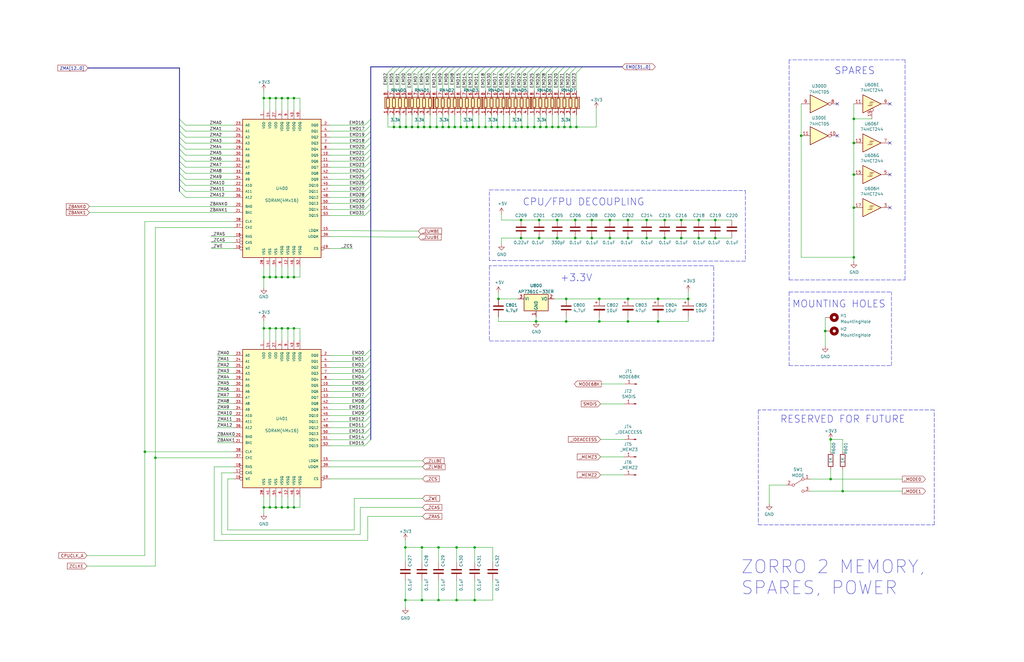
<source format=kicad_sch>
(kicad_sch (version 20231120) (generator "eeschema") (generator_version "8.0")
  (paper "B")
  (title_block (title "Amiga N2630 MC68880 PGA") (date "2024-03-24") (rev "4.1.0b"))
  (junction (at 243.078 53.594))
  (junction (at 294.64 100.457))
  (junction (at 170.942 253.238))
  (junction (at 118.872 138.557))
  (junction (at 360.045 108.585))
  (junction (at 222.504 53.594))
  (junction (at 350.266 202.184))
  (junction (at 184.15 53.594))
  (junction (at 173.736 53.594))
  (junction (at 178.816 53.594))
  (junction (at 121.412 41.402))
  (junction (at 111.252 116.967))
  (junction (at 201.93 53.594))
  (junction (at 191.77 53.594))
  (junction (at 176.276 53.594))
  (junction (at 111.252 138.557))
  (junction (at 287.274 92.837))
  (junction (at 170.942 231.013))
  (junction (at 192.532 231.013))
  (junction (at 123.952 41.402))
  (junction (at 177.927 231.013))
  (junction (at 252.73 135.636))
  (junction (at 113.792 214.122))
  (junction (at 234.95 100.457))
  (junction (at 207.264 53.594))
  (junction (at 189.23 53.594))
  (junction (at 237.998 53.594))
  (junction (at 113.792 116.967))
  (junction (at 111.252 41.402))
  (junction (at 264.795 100.457))
  (junction (at 116.332 41.402))
  (junction (at 264.795 92.837))
  (junction (at 209.804 53.594))
  (junction (at 177.927 253.238))
  (junction (at 113.792 138.557))
  (junction (at 290.195 126.111))
  (junction (at 200.152 253.238))
  (junction (at 219.964 53.594))
  (junction (at 355.346 207.264))
  (junction (at 232.918 53.594))
  (junction (at 360.045 87.63))
  (junction (at 226.06 135.636))
  (junction (at 252.73 126.111))
  (junction (at 121.412 138.557))
  (junction (at 210.185 126.111))
  (junction (at 61.087 190.627))
  (junction (at 118.872 116.967))
  (junction (at 116.332 116.967))
  (junction (at 113.792 41.402))
  (junction (at 116.332 214.122))
  (junction (at 116.332 138.557))
  (junction (at 280.289 100.457))
  (junction (at 235.458 53.594))
  (junction (at 360.045 60.325))
  (junction (at 166.116 53.594))
  (junction (at 257.175 100.457))
  (junction (at 123.952 138.557))
  (junction (at 280.289 92.837))
  (junction (at 287.274 100.457))
  (junction (at 123.952 116.967))
  (junction (at 123.952 214.122))
  (junction (at 257.175 92.837))
  (junction (at 225.298 53.594))
  (junction (at 184.912 253.238))
  (junction (at 347.98 139.7))
  (junction (at 171.196 53.594))
  (junction (at 230.378 53.594))
  (junction (at 227.838 53.594))
  (junction (at 227.33 92.837))
  (junction (at 240.538 53.594))
  (junction (at 199.39 53.594))
  (junction (at 181.356 53.594))
  (junction (at 194.31 53.594))
  (junction (at 219.71 100.457))
  (junction (at 186.69 53.594))
  (junction (at 242.57 92.837))
  (junction (at 249.555 92.837))
  (junction (at 272.669 100.457))
  (junction (at 249.555 100.457))
  (junction (at 118.872 41.402))
  (junction (at 200.152 231.013))
  (junction (at 238.76 126.111))
  (junction (at 168.656 53.594))
  (junction (at 219.71 92.837))
  (junction (at 264.795 126.111))
  (junction (at 234.95 92.837))
  (junction (at 360.045 50.165))
  (junction (at 118.872 214.122))
  (junction (at 111.252 214.122))
  (junction (at 350.266 185.42))
  (junction (at 337.82 57.277))
  (junction (at 264.795 135.636))
  (junction (at 214.884 53.594))
  (junction (at 65.532 193.167))
  (junction (at 277.495 126.111))
  (junction (at 217.424 53.594))
  (junction (at 294.64 92.837))
  (junction (at 272.669 92.837))
  (junction (at 121.412 214.122))
  (junction (at 238.76 135.636))
  (junction (at 227.33 100.457))
  (junction (at 360.045 73.66))
  (junction (at 301.625 100.457))
  (junction (at 121.412 116.967))
  (junction (at 196.85 53.594))
  (junction (at 212.344 53.594))
  (junction (at 184.912 231.013))
  (junction (at 277.495 135.636))
  (junction (at 242.57 100.457))
  (junction (at 301.625 92.837))
  (junction (at 204.724 53.594))
  (junction (at 192.532 253.238))
  (no_connect (at 353.06 57.277))
  (no_connect (at 375.285 43.815))
  (no_connect (at 375.285 87.63))
  (no_connect (at 375.285 60.325))
  (no_connect (at 375.285 73.66))
  (no_connect (at 353.06 43.815))
  (bus_entry (at 78.232 83.312) (size -2.54 -2.54))
  (bus_entry (at 222.504 30.734) (size 2.54 -2.54))
  (bus_entry (at 230.378 28.194) (size -2.54 2.54))
  (bus_entry (at 153.797 149.987) (size 2.54 -2.54))
  (bus_entry (at 153.797 152.527) (size 2.54 -2.54))
  (bus_entry (at 166.116 28.194) (size -2.54 2.54))
  (bus_entry (at 240.538 30.734) (size 2.54 -2.54))
  (bus_entry (at 217.424 28.194) (size -2.54 2.54))
  (bus_entry (at 196.85 28.194) (size -2.54 2.54))
  (bus_entry (at 243.078 30.734) (size 2.54 -2.54))
  (bus_entry (at 153.797 55.372) (size 2.54 -2.54))
  (bus_entry (at 171.196 28.194) (size -2.54 2.54))
  (bus_entry (at 207.264 28.194) (size -2.54 2.54))
  (bus_entry (at 191.77 28.194) (size -2.54 2.54))
  (bus_entry (at 219.964 30.734) (size 2.54 -2.54))
  (bus_entry (at 153.797 175.387) (size 2.54 -2.54))
  (bus_entry (at 153.797 185.547) (size 2.54 -2.54))
  (bus_entry (at 235.458 28.194) (size -2.54 2.54))
  (bus_entry (at 176.276 28.194) (size -2.54 2.54))
  (bus_entry (at 78.232 80.772) (size -2.54 -2.54))
  (bus_entry (at 178.816 28.194) (size -2.54 2.54))
  (bus_entry (at 237.998 28.194) (size -2.54 2.54))
  (bus_entry (at 153.797 65.532) (size 2.54 -2.54))
  (bus_entry (at 168.656 28.194) (size -2.54 2.54))
  (bus_entry (at 153.797 90.932) (size 2.54 -2.54))
  (bus_entry (at 214.884 28.194) (size -2.54 2.54))
  (bus_entry (at 153.797 157.607) (size 2.54 -2.54))
  (bus_entry (at 232.918 28.194) (size -2.54 2.54))
  (bus_entry (at 153.797 75.692) (size 2.54 -2.54))
  (bus_entry (at 153.797 188.087) (size 2.54 -2.54))
  (bus_entry (at 153.797 70.612) (size 2.54 -2.54))
  (bus_entry (at 153.797 165.227) (size 2.54 -2.54))
  (bus_entry (at 153.797 177.927) (size 2.54 -2.54))
  (bus_entry (at 153.797 80.772) (size 2.54 -2.54))
  (bus_entry (at 178.816 30.734) (size 2.54 -2.54))
  (bus_entry (at 181.356 30.734) (size 2.54 -2.54))
  (bus_entry (at 153.797 160.147) (size 2.54 -2.54))
  (bus_entry (at 199.39 28.194) (size -2.54 2.54))
  (bus_entry (at 153.797 162.687) (size 2.54 -2.54))
  (bus_entry (at 153.797 68.072) (size 2.54 -2.54))
  (bus_entry (at 153.797 57.912) (size 2.54 -2.54))
  (bus_entry (at 194.31 28.194) (size -2.54 2.54))
  (bus_entry (at 153.797 183.007) (size 2.54 -2.54))
  (bus_entry (at 153.797 85.852) (size 2.54 -2.54))
  (bus_entry (at 153.797 170.307) (size 2.54 -2.54))
  (bus_entry (at 153.797 155.067) (size 2.54 -2.54))
  (bus_entry (at 186.69 28.194) (size -2.54 2.54))
  (bus_entry (at 153.797 180.467) (size 2.54 -2.54))
  (bus_entry (at 199.39 30.734) (size 2.54 -2.54))
  (bus_entry (at 153.797 60.452) (size 2.54 -2.54))
  (bus_entry (at 173.736 28.194) (size -2.54 2.54))
  (bus_entry (at 153.797 73.152) (size 2.54 -2.54))
  (bus_entry (at 153.797 172.847) (size 2.54 -2.54))
  (bus_entry (at 240.538 28.194) (size -2.54 2.54))
  (bus_entry (at 201.93 30.734) (size 2.54 -2.54))
  (bus_entry (at 227.838 28.194) (size -2.54 2.54))
  (bus_entry (at 153.797 88.392) (size 2.54 -2.54))
  (bus_entry (at 153.797 83.312) (size 2.54 -2.54))
  (bus_entry (at 153.797 52.832) (size 2.54 -2.54))
  (bus_entry (at 78.232 52.832) (size -2.54 -2.54))
  (bus_entry (at 78.232 55.372) (size -2.54 -2.54))
  (bus_entry (at 78.232 57.912) (size -2.54 -2.54))
  (bus_entry (at 78.232 60.452) (size -2.54 -2.54))
  (bus_entry (at 78.232 62.992) (size -2.54 -2.54))
  (bus_entry (at 78.232 70.612) (size -2.54 -2.54))
  (bus_entry (at 78.232 73.152) (size -2.54 -2.54))
  (bus_entry (at 78.232 75.692) (size -2.54 -2.54))
  (bus_entry (at 78.232 78.232) (size -2.54 -2.54))
  (bus_entry (at 78.232 68.072) (size -2.54 -2.54))
  (bus_entry (at 78.232 65.532) (size -2.54 -2.54))
  (bus_entry (at 189.23 28.194) (size -2.54 2.54))
  (bus_entry (at 219.964 28.194) (size -2.54 2.54))
  (bus_entry (at 209.804 28.194) (size -2.54 2.54))
  (bus_entry (at 153.797 78.232) (size 2.54 -2.54))
  (bus_entry (at 212.344 28.194) (size -2.54 2.54))
  (bus_entry (at 153.797 167.767) (size 2.54 -2.54))
  (bus_entry (at 153.797 62.992) (size 2.54 -2.54))
  (wire (pts (xy 222.504 30.734) (xy 222.504 38.354)))
  (wire (pts (xy 91.567 165.227) (xy 98.552 165.227)))
  (wire (pts (xy 367.665 50.165) (xy 360.045 50.165)))
  (wire (pts (xy 139.192 162.687) (xy 153.797 162.687)))
  (wire (pts (xy 65.532 193.167) (xy 65.532 96.012)))
  (wire (pts (xy 93.472 199.517) (xy 93.472 225.552)))
  (wire (pts (xy 78.232 57.912) (xy 98.552 57.912)))
  (wire (pts (xy 111.252 214.122) (xy 113.792 214.122)))
  (bus (pts (xy 156.337 85.852) (xy 156.337 83.312)))
  (wire (pts (xy 230.378 53.594) (xy 232.918 53.594)))
  (wire (pts (xy 139.192 160.147) (xy 153.797 160.147)))
  (wire (pts (xy 207.772 253.238) (xy 207.772 244.983)))
  (wire (pts (xy 121.412 138.557) (xy 121.412 143.637)))
  (wire (pts (xy 214.884 30.734) (xy 214.884 38.354)))
  (wire (pts (xy 91.567 172.847) (xy 98.552 172.847)))
  (wire (pts (xy 219.71 92.837) (xy 211.455 92.837)))
  (wire (pts (xy 121.412 209.677) (xy 121.412 214.122)))
  (wire (pts (xy 113.792 41.402) (xy 116.332 41.402)))
  (wire (pts (xy 126.492 209.677) (xy 126.492 214.122)))
  (wire (pts (xy 252.73 135.636) (xy 264.795 135.636)))
  (wire (pts (xy 78.232 78.232) (xy 98.552 78.232)))
  (wire (pts (xy 243.078 53.594) (xy 251.46 53.594)))
  (polyline (pts (xy 206.375 109.982) (xy 206.375 80.137)) (stroke (width 0) (type dash)))
  (wire (pts (xy 139.192 172.847) (xy 153.797 172.847)))
  (wire (pts (xy 139.192 180.467) (xy 153.797 180.467)))
  (wire (pts (xy 118.872 116.967) (xy 121.412 116.967)))
  (bus (pts (xy 186.69 28.194) (xy 189.23 28.194)))
  (bus (pts (xy 232.918 28.194) (xy 235.458 28.194)))
  (wire (pts (xy 196.85 53.594) (xy 199.39 53.594)))
  (wire (pts (xy 116.332 138.557) (xy 116.332 143.637)))
  (wire (pts (xy 149.352 210.312) (xy 178.181 210.312)))
  (wire (pts (xy 113.792 138.557) (xy 116.332 138.557)))
  (bus (pts (xy 173.736 28.194) (xy 176.276 28.194)))
  (wire (pts (xy 287.274 92.837) (xy 294.64 92.837)))
  (wire (pts (xy 78.232 70.612) (xy 98.552 70.612)))
  (wire (pts (xy 123.952 112.522) (xy 123.952 116.967)))
  (wire (pts (xy 121.412 214.122) (xy 123.952 214.122)))
  (wire (pts (xy 116.332 112.522) (xy 116.332 116.967)))
  (wire (pts (xy 232.918 53.594) (xy 235.458 53.594)))
  (bus (pts (xy 199.39 28.194) (xy 201.93 28.194)))
  (wire (pts (xy 240.538 48.514) (xy 240.538 53.594)))
  (wire (pts (xy 171.196 30.734) (xy 171.196 38.354)))
  (wire (pts (xy 118.872 214.122) (xy 121.412 214.122)))
  (bus (pts (xy 217.424 28.194) (xy 219.964 28.194)))
  (wire (pts (xy 96.012 223.647) (xy 149.352 223.647)))
  (wire (pts (xy 225.298 30.734) (xy 225.298 38.354)))
  (wire (pts (xy 170.942 253.238) (xy 170.942 256.413)))
  (bus (pts (xy 37.084 28.702) (xy 75.692 28.702)))
  (bus (pts (xy 75.692 68.072) (xy 75.692 65.532)))
  (bus (pts (xy 156.337 160.147) (xy 156.337 157.607)))
  (bus (pts (xy 191.77 28.194) (xy 194.31 28.194)))
  (wire (pts (xy 355.346 190.5) (xy 355.346 185.42)))
  (wire (pts (xy 111.252 46.482) (xy 111.252 41.402)))
  (bus (pts (xy 156.337 55.372) (xy 156.337 52.832)))
  (bus (pts (xy 156.337 83.312) (xy 156.337 80.772)))
  (wire (pts (xy 170.942 253.238) (xy 177.927 253.238)))
  (wire (pts (xy 331.47 204.724) (xy 324.358 204.724)))
  (wire (pts (xy 139.192 104.902) (xy 148.717 104.902)))
  (wire (pts (xy 78.232 73.152) (xy 98.552 73.152)))
  (bus (pts (xy 189.23 28.194) (xy 191.77 28.194)))
  (wire (pts (xy 253.238 170.434) (xy 263.144 170.434)))
  (bus (pts (xy 75.692 70.612) (xy 75.692 68.072)))
  (wire (pts (xy 360.045 108.585) (xy 360.045 110.49)))
  (wire (pts (xy 301.625 92.837) (xy 308.61 92.837)))
  (wire (pts (xy 178.816 30.734) (xy 178.816 38.354)))
  (wire (pts (xy 207.264 48.514) (xy 207.264 53.594)))
  (wire (pts (xy 191.77 53.594) (xy 194.31 53.594)))
  (wire (pts (xy 253.238 185.42) (xy 263.144 185.42)))
  (wire (pts (xy 207.772 231.013) (xy 200.152 231.013)))
  (wire (pts (xy 139.192 90.932) (xy 153.797 90.932)))
  (wire (pts (xy 277.495 135.636) (xy 264.795 135.636)))
  (wire (pts (xy 139.192 185.547) (xy 153.797 185.547)))
  (wire (pts (xy 200.152 253.238) (xy 200.152 244.983)))
  (polyline (pts (xy 314.325 110.236) (xy 206.375 109.982)) (stroke (width 0) (type dash)))
  (wire (pts (xy 355.346 207.264) (xy 380.492 207.264)))
  (wire (pts (xy 192.532 237.363) (xy 192.532 231.013)))
  (wire (pts (xy 139.192 157.607) (xy 153.797 157.607)))
  (wire (pts (xy 96.012 202.057) (xy 96.012 223.647)))
  (wire (pts (xy 98.552 93.472) (xy 61.087 93.472)))
  (wire (pts (xy 192.532 253.238) (xy 200.152 253.238)))
  (wire (pts (xy 123.952 138.557) (xy 123.952 143.637)))
  (wire (pts (xy 225.298 48.514) (xy 225.298 53.594)))
  (wire (pts (xy 151.892 225.552) (xy 151.892 214.122)))
  (wire (pts (xy 78.232 52.832) (xy 98.552 52.832)))
  (wire (pts (xy 264.795 92.837) (xy 257.175 92.837)))
  (bus (pts (xy 156.337 52.832) (xy 156.337 50.292)))
  (wire (pts (xy 337.82 57.277) (xy 337.82 108.585)))
  (bus (pts (xy 156.337 177.927) (xy 156.337 175.387)))
  (wire (pts (xy 264.795 92.837) (xy 272.669 92.837)))
  (wire (pts (xy 360.045 60.325) (xy 360.045 73.66)))
  (wire (pts (xy 111.252 116.967) (xy 111.252 121.412)))
  (bus (pts (xy 156.337 185.547) (xy 156.337 183.007)))
  (wire (pts (xy 139.192 167.767) (xy 153.797 167.767)))
  (bus (pts (xy 75.692 55.372) (xy 75.692 52.832)))
  (bus (pts (xy 214.884 28.194) (xy 217.424 28.194)))
  (wire (pts (xy 139.192 152.527) (xy 153.797 152.527)))
  (wire (pts (xy 91.567 157.607) (xy 98.552 157.607)))
  (wire (pts (xy 280.289 92.837) (xy 287.274 92.837)))
  (wire (pts (xy 234.95 92.837) (xy 227.33 92.837)))
  (wire (pts (xy 200.152 231.013) (xy 192.532 231.013)))
  (wire (pts (xy 219.71 100.457) (xy 211.455 100.457)))
  (wire (pts (xy 189.23 48.514) (xy 189.23 53.594)))
  (wire (pts (xy 341.63 202.184) (xy 350.266 202.184)))
  (wire (pts (xy 235.458 30.734) (xy 235.458 38.354)))
  (wire (pts (xy 111.252 209.677) (xy 111.252 214.122)))
  (wire (pts (xy 139.192 65.532) (xy 153.797 65.532)))
  (wire (pts (xy 91.5924 180.467) (xy 98.552 180.467)))
  (wire (pts (xy 78.232 65.532) (xy 98.552 65.532)))
  (wire (pts (xy 116.332 138.557) (xy 118.872 138.557)))
  (wire (pts (xy 272.669 92.837) (xy 280.289 92.837)))
  (wire (pts (xy 78.232 55.372) (xy 98.552 55.372)))
  (wire (pts (xy 242.57 100.457) (xy 249.555 100.457)))
  (wire (pts (xy 98.552 199.517) (xy 93.472 199.517)))
  (wire (pts (xy 186.69 53.594) (xy 189.23 53.594)))
  (polyline (pts (xy 206.375 80.137) (xy 314.325 80.391)) (stroke (width 0) (type dash)))
  (wire (pts (xy 113.792 116.967) (xy 116.332 116.967)))
  (wire (pts (xy 139.192 78.232) (xy 153.797 78.232)))
  (wire (pts (xy 212.344 30.734) (xy 212.344 38.354)))
  (wire (pts (xy 350.266 202.184) (xy 380.492 202.184)))
  (wire (pts (xy 189.23 30.734) (xy 189.23 38.354)))
  (bus (pts (xy 156.337 183.007) (xy 156.337 180.467)))
  (wire (pts (xy 360.045 73.66) (xy 360.045 87.63)))
  (wire (pts (xy 360.045 108.585) (xy 337.82 108.585)))
  (wire (pts (xy 178.816 53.594) (xy 181.356 53.594)))
  (wire (pts (xy 90.297 228.092) (xy 155.067 228.092)))
  (wire (pts (xy 217.424 53.594) (xy 219.964 53.594)))
  (wire (pts (xy 277.495 133.731) (xy 277.495 135.636)))
  (polyline (pts (xy 332.74 25.273) (xy 332.74 118.11)) (stroke (width 0) (type dash)))
  (wire (pts (xy 301.625 100.457) (xy 308.61 100.457)))
  (bus (pts (xy 156.337 78.232) (xy 156.337 75.692)))
  (wire (pts (xy 242.57 92.837) (xy 234.95 92.837)))
  (wire (pts (xy 91.567 160.147) (xy 98.552 160.147)))
  (wire (pts (xy 290.195 133.731) (xy 290.195 135.636)))
  (polyline (pts (xy 375.92 154.305) (xy 375.92 123.19)) (stroke (width 0) (type dash)))
  (bus (pts (xy 156.337 57.912) (xy 156.337 55.372)))
  (wire (pts (xy 176.276 48.514) (xy 176.276 53.594)))
  (bus (pts (xy 156.337 165.227) (xy 156.337 162.687)))
  (wire (pts (xy 168.656 53.594) (xy 171.196 53.594)))
  (wire (pts (xy 78.232 80.772) (xy 98.552 80.772)))
  (wire (pts (xy 232.918 48.514) (xy 232.918 53.594)))
  (wire (pts (xy 123.952 138.557) (xy 126.492 138.557)))
  (polyline (pts (xy 206.375 112.141) (xy 206.375 143.891)) (stroke (width 0) (type dash)))
  (wire (pts (xy 177.927 244.983) (xy 177.927 253.238)))
  (bus (pts (xy 156.337 155.067) (xy 156.337 152.527)))
  (wire (pts (xy 61.087 93.472) (xy 61.087 190.627)))
  (wire (pts (xy 199.39 30.734) (xy 199.39 38.354)))
  (bus (pts (xy 230.378 28.194) (xy 232.918 28.194)))
  (wire (pts (xy 61.087 190.627) (xy 61.087 234.442)))
  (wire (pts (xy 139.192 85.852) (xy 153.797 85.852)))
  (wire (pts (xy 230.378 30.734) (xy 230.378 38.354)))
  (bus (pts (xy 156.337 80.772) (xy 156.337 78.232)))
  (wire (pts (xy 238.76 126.111) (xy 252.73 126.111)))
  (wire (pts (xy 214.884 48.514) (xy 214.884 53.594)))
  (wire (pts (xy 200.152 253.238) (xy 207.772 253.238)))
  (wire (pts (xy 210.185 135.636) (xy 226.06 135.636)))
  (wire (pts (xy 230.378 48.514) (xy 230.378 53.594)))
  (wire (pts (xy 251.46 45.72) (xy 251.46 53.594)))
  (wire (pts (xy 78.232 83.312) (xy 98.552 83.312)))
  (wire (pts (xy 91.5924 177.927) (xy 98.552 177.927)))
  (wire (pts (xy 186.69 30.734) (xy 186.69 38.354)))
  (polyline (pts (xy 381.635 25.273) (xy 332.74 25.273)) (stroke (width 0) (type dash)))
  (wire (pts (xy 139.192 55.372) (xy 153.797 55.372)))
  (wire (pts (xy 139.192 60.452) (xy 153.797 60.452)))
  (bus (pts (xy 227.838 28.194) (xy 230.378 28.194)))
  (polyline (pts (xy 332.74 123.19) (xy 332.74 154.305)) (stroke (width 0) (type dash)))
  (bus (pts (xy 178.816 28.194) (xy 181.356 28.194)))
  (wire (pts (xy 139.192 73.152) (xy 153.797 73.152)))
  (wire (pts (xy 264.795 126.111) (xy 277.495 126.111)))
  (wire (pts (xy 177.927 253.238) (xy 184.912 253.238)))
  (bus (pts (xy 156.337 73.152) (xy 156.337 70.612)))
  (wire (pts (xy 238.76 135.636) (xy 238.76 133.731)))
  (wire (pts (xy 181.356 48.514) (xy 181.356 53.594)))
  (wire (pts (xy 257.175 92.837) (xy 249.555 92.837)))
  (wire (pts (xy 225.298 53.594) (xy 227.838 53.594)))
  (wire (pts (xy 360.045 43.815) (xy 360.045 50.165)))
  (bus (pts (xy 156.337 175.387) (xy 156.337 172.847)))
  (wire (pts (xy 151.892 214.122) (xy 178.181 214.122)))
  (polyline (pts (xy 314.325 80.391) (xy 314.325 110.236)) (stroke (width 0) (type dash)))
  (wire (pts (xy 126.492 138.557) (xy 126.492 143.637)))
  (wire (pts (xy 227.838 53.594) (xy 230.378 53.594)))
  (wire (pts (xy 78.232 62.992) (xy 98.552 62.992)))
  (bus (pts (xy 75.692 52.832) (xy 75.692 50.292)))
  (wire (pts (xy 89.027 104.902) (xy 98.552 104.902)))
  (wire (pts (xy 234.95 100.457) (xy 242.57 100.457)))
  (wire (pts (xy 91.567 184.277) (xy 98.552 184.277)))
  (wire (pts (xy 139.192 196.977) (xy 178.181 196.977)))
  (wire (pts (xy 111.252 41.402) (xy 113.792 41.402)))
  (wire (pts (xy 226.06 135.636) (xy 238.76 135.636)))
  (wire (pts (xy 194.31 30.734) (xy 194.31 38.354)))
  (wire (pts (xy 91.567 186.817) (xy 98.552 186.817)))
  (wire (pts (xy 226.06 133.731) (xy 226.06 135.636)))
  (wire (pts (xy 196.85 30.734) (xy 196.85 38.354)))
  (wire (pts (xy 264.795 100.457) (xy 257.175 100.457)))
  (wire (pts (xy 118.872 112.522) (xy 118.872 116.967)))
  (wire (pts (xy 89.027 102.362) (xy 98.552 102.362)))
  (wire (pts (xy 111.252 116.967) (xy 113.792 116.967)))
  (wire (pts (xy 116.332 116.967) (xy 118.872 116.967)))
  (wire (pts (xy 184.15 30.734) (xy 184.15 38.354)))
  (wire (pts (xy 139.192 194.437) (xy 178.181 194.437)))
  (wire (pts (xy 204.724 48.514) (xy 204.724 53.594)))
  (wire (pts (xy 272.669 100.457) (xy 280.289 100.457)))
  (wire (pts (xy 61.087 190.627) (xy 98.552 190.627)))
  (wire (pts (xy 280.289 100.457) (xy 287.274 100.457)))
  (wire (pts (xy 113.792 112.522) (xy 113.792 116.967)))
  (wire (pts (xy 252.73 133.731) (xy 252.73 135.636)))
  (wire (pts (xy 168.656 48.514) (xy 168.656 53.594)))
  (wire (pts (xy 201.93 53.594) (xy 204.724 53.594)))
  (wire (pts (xy 170.942 244.983) (xy 170.942 253.238)))
  (wire (pts (xy 184.15 53.594) (xy 186.69 53.594)))
  (wire (pts (xy 113.792 214.122) (xy 116.332 214.122)))
  (wire (pts (xy 237.998 30.734) (xy 237.998 38.354)))
  (wire (pts (xy 237.998 48.514) (xy 237.998 53.594)))
  (wire (pts (xy 139.192 165.227) (xy 153.797 165.227)))
  (wire (pts (xy 116.332 41.402) (xy 116.332 46.482)))
  (wire (pts (xy 181.356 30.734) (xy 181.356 38.354)))
  (wire (pts (xy 207.264 53.594) (xy 209.804 53.594)))
  (wire (pts (xy 139.192 68.072) (xy 153.797 68.072)))
  (wire (pts (xy 168.656 30.734) (xy 168.656 38.354)))
  (wire (pts (xy 91.567 149.987) (xy 98.552 149.987)))
  (wire (pts (xy 111.252 214.122) (xy 111.252 216.662)))
  (wire (pts (xy 217.424 48.514) (xy 217.424 53.594)))
  (wire (pts (xy 139.192 62.992) (xy 153.797 62.992)))
  (wire (pts (xy 233.68 126.111) (xy 238.76 126.111)))
  (wire (pts (xy 253.238 192.786) (xy 263.144 192.786)))
  (wire (pts (xy 118.872 138.557) (xy 121.412 138.557)))
  (wire (pts (xy 139.192 57.912) (xy 153.797 57.912)))
  (wire (pts (xy 355.346 198.12) (xy 355.346 207.264)))
  (wire (pts (xy 139.192 183.007) (xy 153.797 183.007)))
  (wire (pts (xy 173.736 30.734) (xy 173.736 38.354)))
  (wire (pts (xy 287.274 100.457) (xy 294.64 100.457)))
  (wire (pts (xy 184.15 48.514) (xy 184.15 53.594)))
  (wire (pts (xy 209.804 48.514) (xy 209.804 53.594)))
  (wire (pts (xy 219.71 100.457) (xy 227.33 100.457)))
  (wire (pts (xy 249.555 92.837) (xy 242.57 92.837)))
  (bus (pts (xy 156.337 180.467) (xy 156.337 177.927)))
  (wire (pts (xy 123.952 41.402) (xy 123.952 46.482)))
  (wire (pts (xy 65.532 193.167) (xy 98.552 193.167)))
  (wire (pts (xy 118.872 41.402) (xy 118.872 46.482)))
  (wire (pts (xy 192.532 253.238) (xy 192.532 244.983)))
  (wire (pts (xy 204.724 53.594) (xy 207.264 53.594)))
  (wire (pts (xy 177.927 231.013) (xy 177.927 237.363)))
  (wire (pts (xy 111.252 135.382) (xy 111.252 138.557)))
  (wire (pts (xy 191.77 48.514) (xy 191.77 53.594)))
  (wire (pts (xy 111.252 112.522) (xy 111.252 116.967)))
  (bus (pts (xy 240.538 28.194) (xy 243.078 28.194)))
  (polyline (pts (xy 319.786 221.488) (xy 393.954 221.488)) (stroke (width 0) (type dash)))
  (wire (pts (xy 201.93 30.734) (xy 201.93 38.354)))
  (wire (pts (xy 98.552 196.977) (xy 90.297 196.977)))
  (wire (pts (xy 78.232 60.452) (xy 98.552 60.452)))
  (bus (pts (xy 194.31 28.194) (xy 196.85 28.194)))
  (wire (pts (xy 139.192 202.057) (xy 178.181 202.057)))
  (wire (pts (xy 139.192 177.927) (xy 153.797 177.927)))
  (wire (pts (xy 139.192 83.312) (xy 153.797 83.312)))
  (bus (pts (xy 156.337 152.527) (xy 156.337 149.987)))
  (wire (pts (xy 347.98 133.985) (xy 347.98 139.7)))
  (wire (pts (xy 324.358 204.724) (xy 324.358 212.598)))
  (wire (pts (xy 139.192 88.392) (xy 153.797 88.392)))
  (bus (pts (xy 166.116 28.194) (xy 168.656 28.194)))
  (wire (pts (xy 253.238 200.406) (xy 263.144 200.406)))
  (wire (pts (xy 209.804 53.594) (xy 212.344 53.594)))
  (wire (pts (xy 210.185 133.731) (xy 210.185 135.636)))
  (wire (pts (xy 207.264 30.734) (xy 207.264 38.354)))
  (bus (pts (xy 75.692 57.912) (xy 75.692 55.372)))
  (wire (pts (xy 211.455 100.457) (xy 211.455 102.997)))
  (wire (pts (xy 184.912 231.013) (xy 177.927 231.013)))
  (bus (pts (xy 201.93 28.194) (xy 204.47 28.194)))
  (wire (pts (xy 111.252 38.227) (xy 111.252 41.402)))
  (wire (pts (xy 91.567 162.687) (xy 98.552 162.687)))
  (wire (pts (xy 350.266 198.12) (xy 350.266 202.184)))
  (wire (pts (xy 235.458 48.514) (xy 235.458 53.594)))
  (wire (pts (xy 186.69 48.514) (xy 186.69 53.594)))
  (wire (pts (xy 139.192 155.067) (xy 153.797 155.067)))
  (wire (pts (xy 200.152 237.363) (xy 200.152 231.013)))
  (wire (pts (xy 163.576 53.594) (xy 166.116 53.594)))
  (bus (pts (xy 156.337 167.767) (xy 156.337 165.227)))
  (bus (pts (xy 156.337 172.847) (xy 156.337 170.307)))
  (bus (pts (xy 235.458 28.194) (xy 237.998 28.194)))
  (wire (pts (xy 214.884 53.594) (xy 217.424 53.594)))
  (wire (pts (xy 207.772 237.363) (xy 207.772 231.013)))
  (polyline (pts (xy 300.99 143.891) (xy 300.99 112.141)) (stroke (width 0) (type dash)))
  (wire (pts (xy 173.736 48.514) (xy 173.736 53.594)))
  (wire (pts (xy 196.85 48.514) (xy 196.85 53.594)))
  (wire (pts (xy 184.912 244.983) (xy 184.912 253.238)))
  (wire (pts (xy 173.736 53.594) (xy 176.276 53.594)))
  (bus (pts (xy 207.264 28.194) (xy 209.804 28.194)))
  (wire (pts (xy 243.078 48.514) (xy 243.078 53.594)))
  (wire (pts (xy 123.952 41.402) (xy 126.492 41.402)))
  (polyline (pts (xy 319.786 172.974) (xy 319.786 221.488)) (stroke (width 0) (type dash)))
  (wire (pts (xy 222.504 53.594) (xy 225.298 53.594)))
  (wire (pts (xy 91.567 167.767) (xy 98.552 167.767)))
  (bus (pts (xy 212.344 28.194) (xy 214.884 28.194)))
  (wire (pts (xy 191.77 30.734) (xy 191.77 38.354)))
  (wire (pts (xy 139.192 80.772) (xy 153.797 80.772)))
  (bus (pts (xy 75.692 78.232) (xy 75.692 80.772)))
  (wire (pts (xy 177.927 231.013) (xy 170.942 231.013)))
  (polyline (pts (xy 206.375 143.891) (xy 300.99 143.891)) (stroke (width 0) (type dash)))
  (wire (pts (xy 204.724 30.734) (xy 204.724 38.354)))
  (wire (pts (xy 211.455 92.837) (xy 211.455 90.297)))
  (wire (pts (xy 139.192 97.282) (xy 176.403 97.536)))
  (wire (pts (xy 163.576 48.514) (xy 163.576 53.594)))
  (bus (pts (xy 176.276 28.194) (xy 178.816 28.194)))
  (wire (pts (xy 78.232 75.692) (xy 98.552 75.692)))
  (wire (pts (xy 121.412 112.522) (xy 121.412 116.967)))
  (bus (pts (xy 156.337 149.987) (xy 156.337 147.447)))
  (wire (pts (xy 149.352 223.647) (xy 149.352 210.312)))
  (wire (pts (xy 111.252 143.637) (xy 111.252 138.557)))
  (wire (pts (xy 123.952 116.967) (xy 126.492 116.967)))
  (wire (pts (xy 360.045 50.165) (xy 360.045 60.325)))
  (wire (pts (xy 98.552 202.057) (xy 96.012 202.057)))
  (wire (pts (xy 139.192 70.612) (xy 153.797 70.612)))
  (bus (pts (xy 156.337 65.532) (xy 156.337 62.992)))
  (bus (pts (xy 181.356 28.194) (xy 183.896 28.194)))
  (polyline (pts (xy 332.74 154.305) (xy 375.92 154.305)) (stroke (width 0) (type dash)))
  (wire (pts (xy 217.424 30.734) (xy 217.424 38.354)))
  (wire (pts (xy 253.492 162.052) (xy 263.398 162.052)))
  (wire (pts (xy 113.792 209.677) (xy 113.792 214.122)))
  (wire (pts (xy 176.276 53.594) (xy 178.816 53.594)))
  (bus (pts (xy 156.337 68.072) (xy 156.337 65.532)))
  (bus (pts (xy 222.504 28.194) (xy 225.044 28.194)))
  (bus (pts (xy 75.692 75.692) (xy 75.692 78.232)))
  (wire (pts (xy 290.195 135.636) (xy 277.495 135.636)))
  (wire (pts (xy 210.185 126.111) (xy 210.185 123.571)))
  (bus (pts (xy 75.692 73.152) (xy 75.692 75.692)))
  (bus (pts (xy 75.692 65.532) (xy 75.692 62.992)))
  (polyline (pts (xy 332.74 118.11) (xy 381.635 118.11)) (stroke (width 0) (type dash)))
  (wire (pts (xy 176.276 30.734) (xy 176.276 38.354)))
  (bus (pts (xy 183.896 28.194) (xy 186.69 28.194)))
  (wire (pts (xy 257.175 100.457) (xy 249.555 100.457)))
  (wire (pts (xy 219.964 30.734) (xy 219.964 38.354)))
  (wire (pts (xy 139.192 75.692) (xy 153.797 75.692)))
  (bus (pts (xy 225.044 28.194) (xy 227.838 28.194)))
  (wire (pts (xy 199.39 48.514) (xy 199.39 53.594)))
  (bus (pts (xy 156.337 170.307) (xy 156.337 167.767)))
  (wire (pts (xy 240.538 30.734) (xy 240.538 38.354)))
  (bus (pts (xy 156.337 70.612) (xy 156.337 68.072)))
  (bus (pts (xy 75.692 60.452) (xy 75.692 57.912)))
  (bus (pts (xy 219.964 28.194) (xy 222.504 28.194)))
  (wire (pts (xy 227.33 92.837) (xy 219.71 92.837)))
  (wire (pts (xy 209.804 30.734) (xy 209.804 38.354)))
  (wire (pts (xy 212.344 48.514) (xy 212.344 53.594)))
  (wire (pts (xy 222.504 48.514) (xy 222.504 53.594)))
  (wire (pts (xy 36.703 238.887) (xy 65.532 238.887)))
  (wire (pts (xy 91.567 155.067) (xy 98.552 155.067)))
  (wire (pts (xy 232.918 30.734) (xy 232.918 38.354)))
  (wire (pts (xy 194.31 48.514) (xy 194.31 53.594)))
  (wire (pts (xy 166.116 48.514) (xy 166.116 53.594)))
  (wire (pts (xy 121.412 41.402) (xy 123.952 41.402)))
  (wire (pts (xy 184.912 231.013) (xy 184.912 237.363)))
  (wire (pts (xy 350.266 185.42) (xy 350.266 190.5)))
  (wire (pts (xy 118.872 209.677) (xy 118.872 214.122)))
  (wire (pts (xy 166.116 30.734) (xy 166.116 38.354)))
  (polyline (pts (xy 393.954 172.974) (xy 319.786 172.974)) (stroke (width 0) (type dash)))
  (wire (pts (xy 89.027 99.822) (xy 98.552 99.822)))
  (wire (pts (xy 243.078 30.734) (xy 243.078 38.354)))
  (wire (pts (xy 91.567 175.387) (xy 98.552 175.387)))
  (wire (pts (xy 113.792 41.402) (xy 113.792 46.482)))
  (bus (pts (xy 156.337 88.392) (xy 156.337 85.852)))
  (wire (pts (xy 355.346 185.42) (xy 350.266 185.42)))
  (wire (pts (xy 171.196 53.594) (xy 173.736 53.594)))
  (wire (pts (xy 116.332 209.677) (xy 116.332 214.122)))
  (bus (pts (xy 196.85 28.194) (xy 199.39 28.194)))
  (wire (pts (xy 121.412 138.557) (xy 123.952 138.557)))
  (bus (pts (xy 237.998 28.194) (xy 240.538 28.194)))
  (wire (pts (xy 126.492 112.522) (xy 126.492 116.967)))
  (wire (pts (xy 235.458 53.594) (xy 237.998 53.594)))
  (wire (pts (xy 264.795 100.457) (xy 272.669 100.457)))
  (wire (pts (xy 171.196 48.514) (xy 171.196 53.594)))
  (wire (pts (xy 341.63 207.264) (xy 355.346 207.264)))
  (wire (pts (xy 290.195 126.111) (xy 290.195 122.936)))
  (wire (pts (xy 199.39 53.594) (xy 201.93 53.594)))
  (wire (pts (xy 170.942 231.013) (xy 170.942 237.363)))
  (bus (pts (xy 156.337 75.692) (xy 156.337 73.152)))
  (wire (pts (xy 91.567 152.527) (xy 98.552 152.527)))
  (wire (pts (xy 90.297 196.977) (xy 90.297 228.092)))
  (bus (pts (xy 156.337 147.447) (xy 156.337 88.392)))
  (wire (pts (xy 65.532 96.012) (xy 98.552 96.012)))
  (wire (pts (xy 237.998 53.594) (xy 240.538 53.594)))
  (wire (pts (xy 238.76 135.636) (xy 252.73 135.636)))
  (wire (pts (xy 123.952 209.677) (xy 123.952 214.122)))
  (wire (pts (xy 219.964 48.514) (xy 219.964 53.594)))
  (bus (pts (xy 243.078 28.194) (xy 245.618 28.194)))
  (bus (pts (xy 156.337 28.194) (xy 156.337 50.292)))
  (bus (pts (xy 209.804 28.194) (xy 212.344 28.194)))
  (wire (pts (xy 139.192 175.387) (xy 153.797 175.387)))
  (wire (pts (xy 126.492 41.402) (xy 126.492 46.482)))
  (wire (pts (xy 277.495 126.111) (xy 290.195 126.111)))
  (wire (pts (xy 184.912 253.238) (xy 192.532 253.238)))
  (polyline (pts (xy 393.954 221.488) (xy 393.954 172.974)) (stroke (width 0) (type dash)))
  (wire (pts (xy 181.356 53.594) (xy 184.15 53.594)))
  (wire (pts (xy 155.067 228.092) (xy 155.067 217.932)))
  (wire (pts (xy 192.532 231.013) (xy 184.912 231.013)))
  (wire (pts (xy 121.412 41.402) (xy 121.412 46.482)))
  (bus (pts (xy 245.618 28.194) (xy 262.382 28.194)))
  (wire (pts (xy 194.31 53.594) (xy 196.85 53.594)))
  (bus (pts (xy 168.656 28.194) (xy 171.196 28.194)))
  (wire (pts (xy 36.703 234.442) (xy 61.087 234.442)))
  (wire (pts (xy 212.344 53.594) (xy 214.884 53.594)))
  (wire (pts (xy 218.44 126.111) (xy 210.185 126.111)))
  (wire (pts (xy 113.792 138.557) (xy 113.792 143.637)))
  (polyline (pts (xy 332.74 123.19) (xy 375.92 123.19)) (stroke (width 0) (type dash)))
  (wire (pts (xy 227.838 48.514) (xy 227.838 53.594)))
  (wire (pts (xy 219.964 53.594) (xy 222.504 53.594)))
  (wire (pts (xy 93.472 225.552) (xy 151.892 225.552)))
  (wire (pts (xy 347.98 139.7) (xy 347.98 146.05)))
  (polyline (pts (xy 381.635 118.11) (xy 381.635 25.273)) (stroke (width 0) (type dash)))
  (bus (pts (xy 156.337 60.452) (xy 156.337 57.912)))
  (wire (pts (xy 37.719 87.122) (xy 98.552 87.122)))
  (wire (pts (xy 294.64 100.457) (xy 301.625 100.457)))
  (wire (pts (xy 139.192 52.832) (xy 153.797 52.832)))
  (wire (pts (xy 240.538 53.594) (xy 243.078 53.594)))
  (wire (pts (xy 227.33 100.457) (xy 234.95 100.457)))
  (wire (pts (xy 360.045 87.63) (xy 360.045 108.585)))
  (wire (pts (xy 116.332 41.402) (xy 118.872 41.402)))
  (bus (pts (xy 75.692 62.992) (xy 75.692 60.452)))
  (wire (pts (xy 189.23 53.594) (xy 191.77 53.594)))
  (wire (pts (xy 139.192 188.087) (xy 153.797 188.087)))
  (polyline (pts (xy 300.99 112.141) (xy 206.375 112.141)) (stroke (width 0) (type dash)))
  (bus (pts (xy 171.196 28.194) (xy 173.736 28.194)))
  (wire (pts (xy 139.192 99.822) (xy 176.403 100.076)))
  (wire (pts (xy 91.567 170.307) (xy 98.552 170.307)))
  (wire (pts (xy 139.192 170.307) (xy 153.797 170.307)))
  (wire (pts (xy 166.116 53.594) (xy 168.656 53.594)))
  (wire (pts (xy 155.067 217.932) (xy 178.181 217.932)))
  (wire (pts (xy 201.93 48.514) (xy 201.93 53.594)))
  (bus (pts (xy 75.692 50.292) (xy 75.692 28.702)))
  (wire (pts (xy 264.795 135.636) (xy 264.795 133.731)))
  (wire (pts (xy 252.73 126.111) (xy 264.795 126.111)))
  (wire (pts (xy 170.942 227.838) (xy 170.942 231.013)))
  (wire (pts (xy 121.412 116.967) (xy 123.952 116.967)))
  (bus (pts (xy 156.337 157.607) (xy 156.337 155.067)))
  (wire (pts (xy 118.872 41.402) (xy 121.412 41.402)))
  (bus (pts (xy 156.337 162.687) (xy 156.337 160.147)))
  (wire (pts (xy 163.576 30.734) (xy 163.576 38.354)))
  (bus (pts (xy 156.337 28.194) (xy 166.116 28.194)))
  (wire (pts (xy 337.82 43.815) (xy 337.82 57.277)))
  (bus (pts (xy 156.337 62.992) (xy 156.337 60.452)))
  (wire (pts (xy 227.838 30.734) (xy 227.838 38.354)))
  (wire (pts (xy 139.192 149.987) (xy 153.797 149.987)))
  (wire (pts (xy 294.64 92.837) (xy 301.625 92.837)))
  (wire (pts (xy 118.872 138.557) (xy 118.872 143.637)))
  (bus (pts (xy 75.692 73.152) (xy 75.692 70.612)))
  (wire (pts (xy 98.552 89.662) (xy 37.719 89.662)))
  (wire (pts (xy 116.332 214.122) (xy 118.872 214.122)))
  (wire (pts (xy 178.816 48.514) (xy 178.816 53.594)))
  (wire (pts (xy 111.252 138.557) (xy 113.792 138.557)))
  (bus (pts (xy 204.47 28.194) (xy 207.264 28.194)))
  (wire (pts (xy 78.232 68.072) (xy 98.552 68.072)))
  (wire (pts (xy 123.952 214.122) (xy 126.492 214.122)))
  (wire (pts (xy 65.532 238.887) (xy 65.532 193.167)))
  (text "ZORRO 2 MEMORY,\nSPARES, POWER" (at 312.42 251.46 0) (effects (font (size 5.5 5.5)) (justify left bottom)))
  (text "MOUNTING HOLES" (at 334.01 130.175 0) (effects (font (size 3 3)) (justify left bottom)))
  (text "+3.3V" (at 236.22 119.126 0) (effects (font (size 2.9972 2.9972)) (justify left bottom)))
  (text "RESERVED FOR FUTURE" (at 328.93 178.816 0) (effects (font (size 3 3)) (justify left bottom)))
  (text "CPU/FPU DECOUPLING" (at 220.345 87.122 0) (effects (font (size 2.9972 2.9972)) (justify left bottom)))
  (text "SPARES" (at 351.79 31.75 0) (effects (font (size 2.9972 2.9972)) (justify left bottom)))
  (label "EMD16" (at 212.344 30.734 270))
  (label "EMD2" (at 163.576 30.734 270))
  (label "ZMA8" (at 88.392 73.152 0))
  (label "EMD27" (at 217.424 30.734 270))
  (label "ZMA1" (at 88.392 55.372 0))
  (label "EMD10" (at 153.6446 172.847 180))
  (label "EMD9" (at 186.69 30.734 270))
  (label "ZMA3" (at 91.567 157.607 0))
  (label "ZMA9" (at 88.392 75.692 0))
  (label "EMD12" (at 184.15 30.734 270))
  (label "EMD28" (at 153.797 83.312 180))
  (label "EMD25" (at 225.298 30.734 270))
  (label "EMD25" (at 153.797 75.692 180))
  (label "ZMA8" (at 91.567 170.307 0))
  (label "EMD21" (at 237.998 30.734 270))
  (label "ZMA9" (at 91.567 172.847 0))
  (label "EMD7" (at 153.6446 167.767 180))
  (label "EMD14" (at 196.85 30.734 270))
  (label "ZMA10" (at 91.567 175.387 0))
  (label "ZMA2" (at 88.392 57.912 0))
  (label "ZBANK1" (at 88.392 89.662 0))
  (label "ZMA6" (at 88.392 68.072 0))
  (label "EMD6" (at 153.6446 165.227 180))
  (label "EMD5" (at 153.6446 162.687 180))
  (label "ZBANK1" (at 91.567 186.817 0))
  (label "ZMA3" (at 88.392 60.452 0))
  (label "ZMA11" (at 88.392 80.772 0))
  (label "ZMA2" (at 91.567 155.067 0))
  (label "EMD18" (at 204.724 30.734 270))
  (label "EMD9" (at 153.6446 175.387 180))
  (label "EMD22" (at 153.797 68.072 180))
  (label "EMD24" (at 214.884 30.734 270))
  (label "ZMA10" (at 88.392 78.232 0))
  (label "EMD20" (at 153.797 62.992 180))
  (label "ZMA4" (at 88.392 62.992 0))
  (label "EMD27" (at 153.797 80.772 180))
  (label "EMD1" (at 168.656 30.734 270))
  (label "ZMA5" (at 91.567 162.687 0))
  (label "EMD0" (at 171.196 30.734 270))
  (label "EMD0" (at 153.6446 149.987 180))
  (label "EMD23" (at 153.797 70.612 180))
  (label "ZMA11" (at 91.5924 177.927 0))
  (label "EMD14" (at 153.6446 185.547 180))
  (label "ZMA0" (at 88.392 52.832 0))
  (label "_ZRAS" (at 89.027 99.822 0))
  (label "ZMA4" (at 91.567 160.147 0))
  (label "EMD22" (at 240.538 30.734 270))
  (label "EMD23" (at 243.078 30.734 270))
  (label "EMD3" (at 153.6446 157.607 180))
  (label "ZMA12" (at 91.5924 180.467 0))
  (label "EMD19" (at 153.797 57.912 180))
  (label "EMD16" (at 153.67 52.832 180))
  (label "ZMA7" (at 88.392 70.612 0))
  (label "EMD15" (at 153.6446 188.087 180))
  (label "EMD31" (at 232.918 30.734 270))
  (label "ZMA0" (at 91.567 149.987 0))
  (label "EMD10" (at 173.736 30.734 270))
  (label "EMD6" (at 189.23 30.734 270))
  (label "EMD26" (at 153.797 78.232 180))
  (label "EMD30" (at 207.264 30.734 270))
  (label "EMD19" (at 222.504 30.734 270))
  (label "EMD5" (at 166.116 30.734 270))
  (label "EMD17" (at 209.804 30.734 270))
  (label "EMD13" (at 153.6446 183.007 180))
  (label "EMD2" (at 153.6446 155.067 180))
  (label "EMD12" (at 153.6446 177.927 180))
  (label "EMD8" (at 191.77 30.734 270))
  (label "_ZWE" (at 89.027 104.902 0))
  (label "EMD1" (at 153.6446 152.527 180))
  (label "EMD30" (at 153.797 88.392 180))
  (label "EMD28" (at 230.378 30.734 270))
  (label "ZMA1" (at 91.567 152.527 0))
  (label "EMD31" (at 153.797 90.932 180))
  (label "EMD20" (at 235.458 30.734 270))
  (label "EMD11" (at 153.6446 180.467 180))
  (label "ZBANK0" (at 91.567 184.277 0))
  (label "ZMA12" (at 88.392 83.312 0))
  (label "EMD4" (at 178.816 30.734 270))
  (label "EMD17" (at 153.797 55.372 180))
  (label "EMD18" (at 153.797 60.452 180))
  (label "EMD3" (at 181.356 30.734 270))
  (label "EMD21" (at 153.797 65.532 180))
  (label "EMD24" (at 153.797 73.152 180))
  (label "ZMA6" (at 91.567 165.227 0))
  (label "ZBANK0" (at 88.392 87.122 0))
  (label "ZMA5" (at 88.392 65.532 0))
  (label "EMD7" (at 176.276 30.734 270))
  (label "EMD4" (at 153.6446 160.147 180))
  (label "EMD13" (at 199.39 30.734 270))
  (label "_ZCS" (at 148.717 104.902 180))
  (label "EMD8" (at 153.6446 170.307 180))
  (label "_ZCAS" (at 89.027 102.362 0))
  (label "EMD29" (at 219.964 30.734 270))
  (label "EMD15" (at 194.31 30.734 270))
  (label "EMD29" (at 153.797 85.852 180))
  (label "ZMA7" (at 91.567 167.767 0))
  (label "EMD11" (at 201.93 30.734 270))
  (label "EMD26" (at 227.838 30.734 270))
  (global_label "EMD[31..0]" (shape bidirectional) (at 262.382 28.194 0) (property "Intersheetrefs" "${INTERSHEET_REFS}" (effects (hide yes))))
  (global_label "_MODE0" (shape output) (at 380.492 202.184 0) (property "Intersheetrefs" "${INTERSHEET_REFS}" (effects (hide yes))))
  (global_label "MODE68K" (shape output) (at 253.492 162.052 180) (property "Intersheetrefs" "${INTERSHEET_REFS}" (effects (hide yes))))
  (global_label "ZCLKE" (shape input) (at 36.703 238.887 180) (property "Intersheetrefs" "${INTERSHEET_REFS}" (effects (hide yes))))
  (global_label "_ZUMBE" (shape input) (at 176.403 97.536 0) (property "Intersheetrefs" "${INTERSHEET_REFS}" (effects (hide yes))))
  (global_label "_ZUUBE" (shape input) (at 176.403 100.076 0) (property "Intersheetrefs" "${INTERSHEET_REFS}" (effects (hide yes))))
  (global_label "_MEMZ2" (shape input) (at 253.238 200.406 180) (property "Intersheetrefs" "${INTERSHEET_REFS}" (effects (hide yes))))
  (global_label "_IDEACCESS" (shape input) (at 253.238 185.42 180) (property "Intersheetrefs" "${INTERSHEET_REFS}" (effects (hide yes))))
  (global_label "_ZCS" (shape input) (at 178.181 202.057 0) (property "Intersheetrefs" "${INTERSHEET_REFS}" (effects (hide yes))))
  (global_label "SMDIS" (shape input) (at 253.238 170.434 180) (property "Intersheetrefs" "${INTERSHEET_REFS}" (effects (hide yes))))
  (global_label "_ZCAS" (shape input) (at 178.181 214.122 0) (property "Intersheetrefs" "${INTERSHEET_REFS}" (effects (hide yes))))
  (global_label "_MEMZ3" (shape input) (at 253.238 192.786 180) (property "Intersheetrefs" "${INTERSHEET_REFS}" (effects (hide yes))))
  (global_label "_ZLLBE" (shape input) (at 178.181 194.437 0) (property "Intersheetrefs" "${INTERSHEET_REFS}" (effects (hide yes))))
  (global_label "ZBANK1" (shape input) (at 37.719 89.662 180) (property "Intersheetrefs" "${INTERSHEET_REFS}" (effects (hide yes))))
  (global_label "_ZRAS" (shape input) (at 178.181 217.932 0) (property "Intersheetrefs" "${INTERSHEET_REFS}" (effects (hide yes))))
  (global_label "ZMA[12..0]" (shape input) (at 37.084 28.702 180) (property "Intersheetrefs" "${INTERSHEET_REFS}" (effects (hide yes))))
  (global_label "ZBANK0" (shape input) (at 37.719 87.122 180) (property "Intersheetrefs" "${INTERSHEET_REFS}" (effects (hide yes))))
  (global_label "_MODE1" (shape output) (at 380.492 207.264 0) (property "Intersheetrefs" "${INTERSHEET_REFS}" (effects (hide yes))))
  (global_label "_ZWE" (shape input) (at 178.181 210.312 0) (property "Intersheetrefs" "${INTERSHEET_REFS}" (effects (hide yes))))
  (global_label "_ZLMBE" (shape input) (at 178.181 196.977 0) (property "Intersheetrefs" "${INTERSHEET_REFS}" (effects (hide yes))))
  (global_label "CPUCLK_A" (shape input) (at 36.703 234.442 180) (property "Intersheetrefs" "${INTERSHEET_REFS}" (effects (hide yes))))
  (symbol (lib_id "Device:C") (at 294.64 96.647 0) (unit 1)
    (property "Reference" "C218" (at 292.1 90.932 0) (effects (justify left)))
    (property "Value" "0.1uF" (at 292.1 102.362 0) (effects (justify left)))
    (property "Footprint" "Capacitor_SMD:C_0805_2012Metric" (effects (hide yes)))
    (property "LCSC" "C49678" (effects (hide yes)))
  )
  (symbol (lib_id "74xx:74LS244_Split") (at 367.665 87.63 0) (unit 8)
    (property "Reference" "U606" (at 367.665 79.5782 0))
    (property "Value" "74HCT244" (at 367.665 81.8896 0))
    (property "Footprint" "Package_SO:SOIC-20W_7.5x12.8mm_P1.27mm" (effects (hide yes)))
    (property "Datasheet" "http://www.ti.com/lit/ds/symlink/sn74ls241.pdf" (effects (hide yes)))
    (property "LCSC" "C6776" (effects (hide yes)))
  )
  (symbol (lib_id "power:+5V") (at 210.185 123.571 0) (unit 1)
    (property "Reference" "#PWR0187" (effects (hide yes)))
    (property "Value" "+5V" (at 210.566 119.1768 0))
  )
  (symbol (lib_id "74xx:74LS244_Split") (at 367.665 60.325 0) (unit 6)
    (property "Reference" "U606" (at 367.665 52.2732 0))
    (property "Value" "74HCT244" (at 367.665 54.5846 0))
    (property "Footprint" "Package_SO:SOIC-20W_7.5x12.8mm_P1.27mm" (effects (hide yes)))
    (property "Datasheet" "http://www.ti.com/lit/ds/symlink/sn74ls241.pdf" (effects (hide yes)))
    (property "LCSC" "C6776" (effects (hide yes)))
  )
  (symbol (lib_id "Device:R_Pack04") (at 178.816 43.434 0) (unit 1)
    (property "Reference" "RN401" (at 174.752 38.1 0) (effects (justify left)))
    (property "Value" "3.3k" (at 174.752 50.546 0) (effects (justify left)))
    (property "Footprint" "Resistor_SMD:R_Array_Convex_4x0603" (effects (hide yes)))
    (property "Description" "4 resistor network, parallel topology" (effects (hide yes)))
    (property "LCSC" "C12013" (effects (hide yes)))
  )
  (symbol (lib_id "Mechanical:MountingHole_Pad") (at 350.52 139.7 270) (unit 1) (in_bom no)
    (property "Reference" "H2" (at 354.33 138.8653 90) (effects (justify left)))
    (property "Value" "MountingHole" (at 354.33 141.4022 90) (effects (justify left)))
    (property "Footprint" "MountingHole:MountingHole_3.2mm_M3_Pad" (effects (hide yes)))
  )
  (symbol (lib_id "Device:C") (at 280.289 96.647 0) (unit 1)
    (property "Reference" "C215" (at 277.749 90.932 0) (effects (justify left)))
    (property "Value" "0.1uF" (at 277.749 102.362 0) (effects (justify left)))
    (property "Footprint" "Capacitor_SMD:C_0805_2012Metric" (effects (hide yes)))
    (property "LCSC" "C49678" (effects (hide yes)))
  )
  (symbol (lib_id "Device:R_Pack04") (at 230.378 43.434 0) (unit 1)
    (property "Reference" "RN406" (at 226.314 38.1 0) (effects (justify left)))
    (property "Value" "3.3k" (at 226.314 50.546 0) (effects (justify left)))
    (property "Footprint" "Resistor_SMD:R_Array_Convex_4x0603" (effects (hide yes)))
    (property "Description" "4 resistor network, parallel topology" (effects (hide yes)))
    (property "LCSC" "C12013" (effects (hide yes)))
  )
  (symbol (lib_id "Device:C") (at 227.33 96.647 0) (unit 1)
    (property "Reference" "C201" (at 224.79 90.932 0) (effects (justify left)))
    (property "Value" "0.1uF" (at 224.155 102.362 0) (effects (justify left)))
    (property "Footprint" "Capacitor_SMD:C_0805_2012Metric" (effects (hide yes)))
    (property "LCSC" "C49678" (effects (hide yes)))
  )
  (symbol (lib_id "Device:C") (at 287.274 96.647 0) (unit 1)
    (property "Reference" "C216" (at 284.734 90.932 0) (effects (justify left)))
    (property "Value" "0.1uF" (at 284.734 102.362 0) (effects (justify left)))
    (property "Footprint" "Capacitor_SMD:C_0805_2012Metric" (effects (hide yes)))
    (property "LCSC" "C49678" (effects (hide yes)))
  )
  (symbol (lib_id "Device:CP") (at 277.495 129.921 0) (unit 1)
    (property "Reference" "C804" (at 280.4922 128.7526 0) (effects (justify left)))
    (property "Value" "10uF" (at 280.4922 131.064 0) (effects (justify left)))
    (property "Footprint" "Capacitor_SMD:CP_Elec_6.3x5.8" (effects (hide yes)))
    (property "LCSC" "C5246550" (effects (hide yes)))
  )
  (symbol (lib_id "Device:CP") (at 252.73 129.921 0) (unit 1)
    (property "Reference" "C802" (at 255.7272 128.7526 0) (effects (justify left)))
    (property "Value" "10uF" (at 255.7272 131.064 0) (effects (justify left)))
    (property "Footprint" "Capacitor_SMD:CP_Elec_6.3x5.8" (effects (hide yes)))
    (property "LCSC" "C5246550" (effects (hide yes)))
  )
  (symbol (lib_id "power:GND") (at 170.942 256.413 0) (unit 1)
    (property "Reference" "#PWR0157" (effects (hide yes)))
    (property "Value" "GND" (at 170.942 260.8564 0))
  )
  (symbol (lib_id "Device:C") (at 177.927 241.173 0) (unit 1)
    (property "Reference" "C428" (at 179.832 239.268 90) (effects (justify left)))
    (property "Value" "0.1uF" (at 179.832 249.428 90) (effects (justify left)))
    (property "Footprint" "Capacitor_SMD:C_0805_2012Metric" (effects (hide yes)))
    (property "LCSC" "C49678" (effects (hide yes)))
  )
  (symbol (lib_id "Device:C") (at 234.95 96.647 0) (unit 1)
    (property "Reference" "C205" (at 232.41 90.932 0) (effects (justify left)))
    (property "Value" "330pF" (at 232.41 102.362 0) (effects (justify left)))
    (property "Footprint" "Capacitor_SMD:C_0805_2012Metric" (effects (hide yes)))
    (property "LCSC" "C1737" (effects (hide yes)))
  )
  (symbol (lib_id "Device:C") (at 308.61 96.647 0) (unit 1)
    (property "Reference" "C220" (at 306.07 90.932 0) (effects (justify left)))
    (property "Value" "0.1uF" (at 306.07 102.362 0) (effects (justify left)))
    (property "Footprint" "Capacitor_SMD:C_0805_2012Metric" (effects (hide yes)))
    (property "LCSC" "C49678" (effects (hide yes)))
  )
  (symbol (lib_id "Device:CP") (at 290.195 129.921 0) (unit 1)
    (property "Reference" "C805" (at 293.1922 128.7526 0) (effects (justify left)))
    (property "Value" "10uF" (at 293.1922 131.064 0) (effects (justify left)))
    (property "Footprint" "Capacitor_SMD:CP_Elec_6.3x5.8" (effects (hide yes)))
    (property "LCSC" "C5246550" (effects (hide yes)))
  )
  (symbol (lib_id "Mechanical:MountingHole_Pad") (at 350.52 133.985 270) (unit 1) (in_bom no)
    (property "Reference" "H1" (at 354.33 133.1503 90) (effects (justify left)))
    (property "Value" "MountingHole" (at 354.33 135.6872 90) (effects (justify left)))
    (property "Footprint" "MountingHole:MountingHole_3.2mm_M3_Pad" (effects (hide yes)))
  )
  (symbol (lib_id "power:GND") (at 360.045 110.49 0) (unit 1)
    (property "Reference" "#PWR0123" (effects (hide yes)))
    (property "Value" "GND" (at 360.172 114.8842 0))
  )
  (symbol (lib_id "power:+3.3V") (at 350.266 185.42 0) (unit 1)
    (property "Reference" "#PWR0175" (effects (hide yes)))
    (property "Value" "+3V3" (at 350.266 181.8442 0))
  )
  (symbol (lib_id "Device:C") (at 207.772 241.173 0) (unit 1)
    (property "Reference" "C432" (at 209.677 239.268 90) (effects (justify left)))
    (property "Value" "0.1uF" (at 209.677 249.428 90) (effects (justify left)))
    (property "Footprint" "Capacitor_SMD:C_0805_2012Metric" (effects (hide yes)))
    (property "LCSC" "C49678" (effects (hide yes)))
  )
  (symbol (lib_id "Device:C") (at 301.625 96.647 0) (unit 1)
    (property "Reference" "C219" (at 299.085 90.932 0) (effects (justify left)))
    (property "Value" "0.1uF" (at 298.45 102.362 0) (effects (justify left)))
    (property "Footprint" "Capacitor_SMD:C_0805_2012Metric" (effects (hide yes)))
    (property "LCSC" "C49678" (effects (hide yes)))
  )
  (symbol (lib_id "Device:C") (at 170.942 241.173 0) (unit 1)
    (property "Reference" "C427" (at 172.847 239.268 90) (effects (justify left)))
    (property "Value" "0.1uF" (at 172.847 249.428 90) (effects (justify left)))
    (property "Footprint" "Capacitor_SMD:C_0805_2012Metric" (effects (hide yes)))
    (property "LCSC" "C49678" (effects (hide yes)))
  )
  (symbol (lib_id "power:+3.3V") (at 111.252 38.227 0) (unit 1)
    (property "Reference" "#PWR08" (effects (hide yes)))
    (property "Value" "+3V3" (at 111.252 34.6512 0))
  )
  (symbol (lib_id "Device:C") (at 242.57 96.647 0) (unit 1)
    (property "Reference" "C206" (at 240.03 90.932 0) (effects (justify left)))
    (property "Value" "0.1uF" (at 240.03 102.362 0) (effects (justify left)))
    (property "Footprint" "Capacitor_SMD:C_0805_2012Metric" (effects (hide yes)))
    (property "LCSC" "C49678" (effects (hide yes)))
  )
  (symbol (lib_id "Device:C") (at 210.185 129.921 0) (unit 1)
    (property "Reference" "C801" (at 213.106 128.7526 0) (effects (justify left)))
    (property "Value" "4.7uF" (at 213.106 131.064 0) (effects (justify left)))
    (property "Footprint" "Capacitor_SMD:C_0805_2012Metric" (effects (hide yes)))
    (property "LCSC" "C1779" (effects (hide yes)))
  )
  (symbol (lib_id "power:+3.3V") (at 111.252 135.382 0) (unit 1)
    (property "Reference" "#PWR0158" (effects (hide yes)))
    (property "Value" "+3V3" (at 111.252 131.8062 0))
  )
  (symbol (lib_id "Device:R_Pack04") (at 209.804 43.434 0) (unit 1)
    (property "Reference" "RN404" (at 205.74 38.1 0) (effects (justify left)))
    (property "Value" "3.3k" (at 205.74 50.546 0) (effects (justify left)))
    (property "Footprint" "Resistor_SMD:R_Array_Convex_4x0603" (effects (hide yes)))
    (property "Description" "4 resistor network, parallel topology" (effects (hide yes)))
    (property "LCSC" "C12013" (effects (hide yes)))
  )
  (symbol (lib_id "Regulator_Linear:AP7361C-33E") (at 226.06 126.111 0) (unit 1)
    (property "Reference" "U800" (at 226.06 120.5062 0))
    (property "Value" "AP7361C-33ER" (at 226.06 123.0431 0))
    (property "Footprint" "Package_TO_SOT_SMD:SOT-223-3_TabPin2" (effects (hide yes)))
    (property "Datasheet" "https://www.diodes.com/assets/Datasheets/AP7361C.pdf" (effects (hide yes)))
    (property "LCSC" "C347222" (effects (hide yes)))
  )
  (symbol (lib_id "power:GND") (at 111.252 121.412 0) (unit 1)
    (property "Reference" "#PWR0159" (effects (hide yes)))
    (property "Value" "GND" (at 111.252 125.222 0))
  )
  (symbol (lib_id "Device:R") (at 355.346 194.31 0) (unit 1) (in_bom no)
    (property "Reference" "R601" (at 356.616 191.77 90) (effects (justify left)))
    (property "Value" "1K" (at 355.346 195.58 90) (effects (justify left)))
    (property "Footprint" "Resistor_SMD:R_0805_2012Metric" (effects (hide yes)))
    (property "LCSC" "C17513" (effects (hide yes)))
  )
  (symbol (lib_id "Device:R_Pack04") (at 240.538 43.434 0) (unit 1)
    (property "Reference" "RN407" (at 236.474 38.1 0) (effects (justify left)))
    (property "Value" "3.3k" (at 236.474 50.546 0) (effects (justify left)))
    (property "Footprint" "Resistor_SMD:R_Array_Convex_4x0603" (effects (hide yes)))
    (property "Description" "4 resistor network, parallel topology" (effects (hide yes)))
    (property "LCSC" "C12013" (effects (hide yes)))
  )
  (symbol (lib_id "Device:C") (at 272.669 96.647 0) (unit 1)
    (property "Reference" "C214" (at 270.129 90.932 0) (effects (justify left)))
    (property "Value" "0.1uF" (at 270.129 102.362 0) (effects (justify left)))
    (property "Footprint" "Capacitor_SMD:C_0805_2012Metric" (effects (hide yes)))
    (property "LCSC" "C49678" (effects (hide yes)))
  )
  (symbol (lib_id "N2630:SDRAM_256MB(16Mx16)") (at 118.872 79.502 0) (unit 1)
    (property "Reference" "U400" (at 118.872 79.502 0))
    (property "Value" "SDRAM(4Mx16)" (at 118.872 84.582 0))
    (property "Footprint" "Package_SO:TSOP-II-54_22.2x10.16mm_P0.8mm" (effects (hide yes)))
    (property "LCSC" "C62378" (effects (hide yes)))
  )
  (symbol (lib_id "power:GND") (at 111.252 216.662 0) (unit 1)
    (property "Reference" "#PWR09" (effects (hide yes)))
    (property "Value" "GND" (at 111.252 221.1054 0))
  )
  (symbol (lib_id "Device:C") (at 264.795 96.647 0) (unit 1)
    (property "Reference" "C202" (at 262.255 90.932 0) (effects (justify left)))
    (property "Value" "0.1uF" (at 261.62 102.362 0) (effects (justify left)))
    (property "Footprint" "Capacitor_SMD:C_0805_2012Metric" (effects (hide yes)))
    (property "LCSC" "C49678" (effects (hide yes)))
  )
  (symbol (lib_id "power:+3.3V") (at 290.195 122.936 0) (unit 1)
    (property "Reference" "#PWR0188" (effects (hide yes)))
    (property "Value" "+3V3" (at 290.576 118.5418 0))
  )
  (symbol (lib_id "Device:R_Pack04") (at 189.23 43.434 0) (unit 1)
    (property "Reference" "RN402" (at 185.166 38.1 0) (effects (justify left)))
    (property "Value" "3.3k" (at 185.166 50.546 0) (effects (justify left)))
    (property "Footprint" "Resistor_SMD:R_Array_Convex_4x0603" (effects (hide yes)))
    (property "Description" "4 resistor network, parallel topology" (effects (hide yes)))
    (property "LCSC" "C12013" (effects (hide yes)))
  )
  (symbol (lib_id "power:GND") (at 226.06 135.636 0) (unit 1)
    (property "Reference" "#PWR0186" (effects (hide yes)))
    (property "Value" "GND" (at 226.187 140.0302 0))
  )
  (symbol (lib_id "Device:C") (at 238.76 129.921 0) (unit 1)
    (property "Reference" "C800" (at 241.681 128.7526 0) (effects (justify left)))
    (property "Value" "4.7uF" (at 241.681 131.064 0) (effects (justify left)))
    (property "Footprint" "Capacitor_SMD:C_0805_2012Metric" (effects (hide yes)))
    (property "LCSC" "C1779" (effects (hide yes)))
  )
  (symbol (lib_id "Device:C") (at 184.912 241.173 0) (unit 1)
    (property "Reference" "C429" (at 186.817 239.268 90) (effects (justify left)))
    (property "Value" "0.1uF" (at 186.817 249.428 90) (effects (justify left)))
    (property "Footprint" "Capacitor_SMD:C_0805_2012Metric" (effects (hide yes)))
    (property "LCSC" "C49678" (effects (hide yes)))
  )
  (symbol (lib_id "Connector:Conn_01x01_Male") (at 268.224 192.786 180) (unit 1)
    (property "Reference" "JT5" (at 264.795 187.452 0))
    (property "Value" "_MEMZ3" (at 265.176 189.738 0))
    (property "Footprint" "Connector_PinHeader_2.54mm:PinHeader_1x01_P2.54mm_Vertical" (effects (hide yes)))
  )
  (symbol (lib_id "74xx:74LS244_Split") (at 367.665 73.66 0) (unit 7)
    (property "Reference" "U606" (at 367.665 65.6082 0))
    (property "Value" "74HCT244" (at 367.665 67.9196 0))
    (property "Footprint" "Package_SO:SOIC-20W_7.5x12.8mm_P1.27mm" (effects (hide yes)))
    (property "Datasheet" "http://www.ti.com/lit/ds/symlink/sn74ls241.pdf" (effects (hide yes)))
    (property "LCSC" "C6776" (effects (hide yes)))
  )
  (symbol (lib_id "Device:C") (at 257.175 96.647 0) (unit 1)
    (property "Reference" "C200" (at 254.635 90.932 0) (effects (justify left)))
    (property "Value" "0.1uF" (at 254 102.362 0) (effects (justify left)))
    (property "Footprint" "Capacitor_SMD:C_0805_2012Metric" (effects (hide yes)))
    (property "LCSC" "C49678" (effects (hide yes)))
  )
  (symbol (lib_id "Connector:Conn_01x01_Male") (at 268.224 200.406 180) (unit 1)
    (property "Reference" "JT6" (at 264.795 195.072 0))
    (property "Value" "_MEMZ2" (at 265.176 197.358 0))
    (property "Footprint" "Connector_PinHeader_2.54mm:PinHeader_1x01_P2.54mm_Vertical" (effects (hide yes)))
  )
  (symbol (lib_id "power:GND") (at 324.358 212.598 0) (unit 1)
    (property "Reference" "#PWR0149" (effects (hide yes)))
    (property "Value" "GND" (at 324.358 217.0414 0))
  )
  (symbol (lib_id "power:GND") (at 347.98 146.05 0) (unit 1)
    (property "Reference" "#PWR0197" (effects (hide yes)))
    (property "Value" "GND" (at 347.98 150.4934 0))
  )
  (symbol (lib_id "power:+5V") (at 211.455 90.297 0) (unit 1)
    (property "Reference" "#PWR0184" (effects (hide yes)))
    (property "Value" "+5V" (at 211.836 85.9028 0))
  )
  (symbol (lib_id "Device:CP") (at 264.795 129.921 0) (unit 1)
    (property "Reference" "C803" (at 267.7922 128.7526 0) (effects (justify left)))
    (property "Value" "47uF" (at 267.7922 131.064 0) (effects (justify left)))
    (property "Footprint" "Capacitor_SMD:CP_Elec_6.3x5.8" (effects (hide yes)))
    (property "LCSC" "C5246536" (effects (hide yes)))
  )
  (symbol (lib_id "N2630:SDRAM_256MB(16Mx16)") (at 118.872 176.657 0) (unit 1)
    (property "Reference" "U401" (at 118.872 176.657 0))
    (property "Value" "SDRAM(4Mx16)" (at 118.872 181.737 0))
    (property "Footprint" "Package_SO:TSOP-II-54_22.2x10.16mm_P0.8mm" (effects (hide yes)))
    (property "LCSC" "C62378" (effects (hide yes)))
  )
  (symbol (lib_id "74xx:74LS05") (at 345.44 57.277 0) (unit 5)
    (property "Reference" "U300" (at 345.44 49.7672 0))
    (property "Value" "74HCT05" (at 345.44 52.3041 0))
    (property "Footprint" "Package_SO:SOIC-14_3.9x8.7mm_P1.27mm" (effects (hide yes)))
    (property "Datasheet" "http://www.ti.com/lit/gpn/sn74LS05" (effects (hide yes)))
    (property "LCSC" "C2870691" (effects (hide yes)))
  )
  (symbol (lib_id "Switch:SW_SPDT") (at 336.55 204.724 0) (unit 1) (in_bom no)
    (property "Reference" "SW1" (at 336.55 198.1032 0))
    (property "Value" "MODE" (at 336.55 200.6401 0))
    (property "Footprint" "N2630 Libraries:100SP1T1B1M7QE" (effects (hide yes)))
    (property "PART" "100SP1T1B1M7QE" (effects (hide yes)))
    (property "LCSC" "C1788496" (effects (hide yes)))
  )
  (symbol (lib_id "Device:C") (at 200.152 241.173 0) (unit 1)
    (property "Reference" "C431" (at 202.057 239.268 90) (effects (justify left)))
    (property "Value" "0.1uF" (at 202.057 249.428 90) (effects (justify left)))
    (property "Footprint" "Capacitor_SMD:C_0805_2012Metric" (effects (hide yes)))
    (property "LCSC" "C49678" (effects (hide yes)))
  )
  (symbol (lib_id "power:GND") (at 211.455 102.997 0) (unit 1)
    (property "Reference" "#PWR0185" (effects (hide yes)))
    (property "Value" "GND" (at 211.582 107.3912 0))
  )
  (symbol (lib_id "Device:R_Pack04") (at 199.39 43.434 0) (unit 1)
    (property "Reference" "RN403" (at 195.326 38.1 0) (effects (justify left)))
    (property "Value" "3.3k" (at 195.326 50.546 0) (effects (justify left)))
    (property "Footprint" "Resistor_SMD:R_Array_Convex_4x0603" (effects (hide yes)))
    (property "Description" "4 resistor network, parallel topology" (effects (hide yes)))
    (property "LCSC" "C12013" (effects (hide yes)))
  )
  (symbol (lib_id "74xx:74LS244_Split") (at 367.665 43.815 0) (unit 5)
    (property "Reference" "U606" (at 367.665 35.7632 0))
    (property "Value" "74HCT244" (at 367.665 38.0746 0))
    (property "Footprint" "Package_SO:SOIC-20W_7.5x12.8mm_P1.27mm" (effects (hide yes)))
    (property "Datasheet" "http://www.ti.com/lit/ds/symlink/sn74ls241.pdf" (effects (hide yes)))
    (property "LCSC" "C6776" (effects (hide yes)))
  )
  (symbol (lib_id "Device:R_Pack04") (at 168.656 43.434 0) (unit 1)
    (property "Reference" "RN400" (at 164.846 38.1 0) (effects (justify left)))
    (property "Value" "3.3k" (at 164.592 50.546 0) (effects (justify left)))
    (property "Footprint" "Resistor_SMD:R_Array_Convex_4x0603" (effects (hide yes)))
    (property "Description" "4 resistor network, parallel topology" (effects (hide yes)))
    (property "LCSC" "C12013" (effects (hide yes)))
  )
  (symbol (lib_id "power:+3.3V") (at 170.942 227.838 0) (unit 1)
    (property "Reference" "#PWR0156" (effects (hide yes)))
    (property "Value" "+3V3" (at 170.942 224.2622 0))
  )
  (symbol (lib_id "Connector:Conn_01x01_Male") (at 268.478 162.052 180) (unit 1)
    (property "Reference" "JT1" (at 265.049 156.718 0))
    (property "Value" "MODE68K" (at 265.43 159.004 0))
    (property "Footprint" "Connector_PinHeader_2.54mm:PinHeader_1x01_P2.54mm_Vertical" (effects (hide yes)))
  )
  (symbol (lib_id "Connector:Conn_01x01_Male") (at 268.224 170.434 180) (unit 1)
    (property "Reference" "JT2" (at 264.795 165.1 0))
    (property "Value" "SMDIS" (at 265.176 167.386 0))
    (property "Footprint" "Connector_PinHeader_2.54mm:PinHeader_1x01_P2.54mm_Vertical" (effects (hide yes)))
  )
  (symbol (lib_id "Connector:Conn_01x01_Male") (at 268.224 185.42 180) (unit 1)
    (property "Reference" "JT4" (at 264.795 180.086 0))
    (property "Value" "_IDEACCESS" (at 265.176 182.372 0))
    (property "Footprint" "Connector_PinHeader_2.54mm:PinHeader_1x01_P2.54mm_Vertical" (effects (hide yes)))
  )
  (symbol (lib_id "power:+3.3V") (at 251.46 45.72 0) (unit 1)
    (property "Reference" "#PWR0169" (effects (hide yes)))
    (property "Value" "+3V3" (at 251.46 42.1442 0))
  )
  (symbol (lib_id "Device:R_Pack04") (at 219.964 43.434 0) (unit 1)
    (property "Reference" "RN405" (at 215.9 38.1 0) (effects (justify left)))
    (property "Value" "3.3k" (at 215.9 50.546 0) (effects (justify left)))
    (property "Footprint" "Resistor_SMD:R_Array_Convex_4x0603" (effects (hide yes)))
    (property "Description" "4 resistor network, parallel topology" (effects (hide yes)))
    (property "LCSC" "C12013" (effects (hide yes)))
  )
  (symbol (lib_id "74xx:74LS05") (at 345.44 43.815 0) (unit 4)
    (property "Reference" "U300" (at 345.44 36.3052 0))
    (property "Value" "74HCT05" (at 345.44 38.8421 0))
    (property "Footprint" "Package_SO:SOIC-14_3.9x8.7mm_P1.27mm" (effects (hide yes)))
    (property "Datasheet" "http://www.ti.com/lit/gpn/sn74LS05" (effects (hide yes)))
    (property "LCSC" "C2870691" (effects (hide yes)))
  )
  (symbol (lib_id "Device:C") (at 219.71 96.647 0) (unit 1)
    (property "Reference" "C209" (at 217.17 90.932 0) (effects (justify left)))
    (property "Value" "0.22uF" (at 216.535 102.362 0) (effects (justify left)))
    (property "Footprint" "Capacitor_SMD:C_0805_2012Metric" (effects (hide yes)))
    (property "LCSC" "C5378" (effects (hide yes)))
  )
  (symbol (lib_id "Device:C") (at 249.555 96.647 0) (unit 1)
    (property "Reference" "C208" (at 247.015 90.932 0) (effects (justify left)))
    (property "Value" "0.1uF" (at 247.015 102.362 0) (effects (justify left)))
    (property "Footprint" "Capacitor_SMD:C_0805_2012Metric" (effects (hide yes)))
    (property "LCSC" "C49678" (effects (hide yes)))
  )
  (symbol (lib_id "Device:R") (at 350.266 194.31 0) (unit 1) (in_bom no)
    (property "Reference" "R600" (at 351.536 191.77 90) (effects (justify left)))
    (property "Value" "1K" (at 350.266 195.58 90) (effects (justify left)))
    (property "Footprint" "Resistor_SMD:R_0805_2012Metric" (effects (hide yes)))
    (property "LCSC" "C17513" (effects (hide yes)))
  )
  (symbol (lib_id "Device:C") (at 192.532 241.173 0) (unit 1)
    (property "Reference" "C430" (at 194.437 239.268 90) (effects (justify left)))
    (property "Value" "0.1uF" (at 194.437 249.428 90) (effects (justify left)))
    (property "Footprint" "Capacitor_SMD:C_0805_2012Metric" (effects (hide yes)))
    (property "LCSC" "C49678" (effects (hide yes)))
  )
)
</source>
